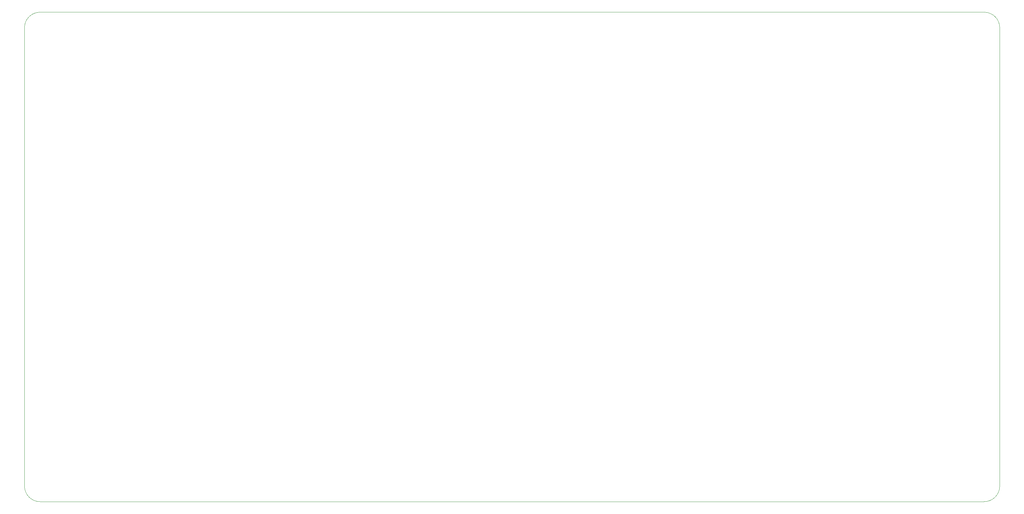
<source format=gbr>
%TF.GenerationSoftware,KiCad,Pcbnew,(5.1.6)-1*%
%TF.CreationDate,2022-03-18T21:22:57-05:00*%
%TF.ProjectId,PackVoltage_2022_Rev1,5061636b-566f-46c7-9461-67655f323032,rev?*%
%TF.SameCoordinates,Original*%
%TF.FileFunction,Profile,NP*%
%FSLAX46Y46*%
G04 Gerber Fmt 4.6, Leading zero omitted, Abs format (unit mm)*
G04 Created by KiCad (PCBNEW (5.1.6)-1) date 2022-03-18 21:22:57*
%MOMM*%
%LPD*%
G01*
G04 APERTURE LIST*
%TA.AperFunction,Profile*%
%ADD10C,0.050000*%
%TD*%
G04 APERTURE END LIST*
D10*
X228346000Y-148971000D02*
X228346000Y-122936000D01*
X-25654000Y-148590000D02*
X-25654000Y-148971000D01*
X224282000Y-153035000D02*
X-21590000Y-153035000D01*
X228346000Y-148971000D02*
G75*
G02*
X224282000Y-153035000I-4064000J0D01*
G01*
X-21590000Y-153035000D02*
G75*
G02*
X-25654000Y-148971000I0J4064000D01*
G01*
X224282000Y-25400000D02*
G75*
G02*
X228346000Y-29464000I0J-4064000D01*
G01*
X-21590000Y-25400000D02*
X224282000Y-25400000D01*
X-25654000Y-29464000D02*
G75*
G02*
X-21590000Y-25400000I4064000J0D01*
G01*
X-25654000Y-148590000D02*
X-25654000Y-29464000D01*
X228346000Y-29464000D02*
X228346000Y-122936000D01*
M02*

</source>
